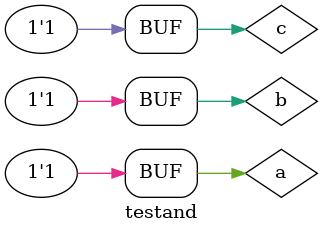
<source format=v>

module and3 (output s,input p,input q,input r);

 assign s = p & q & r ;

endmodule

module testand;

 reg a,b,c;
 wire s;

 and3 and1 (s,a,b,c);

 initial
  begin
   a=0; b=0; c=0;
  end

 initial
  begin
   $display("Teste AND3");
   $display("\np & q & r = s\n");
   $monitor("  %b   %b %b %b",s,a,b,c);

   #1 a=0;b=0;c=1;
   #1 a=0;b=1; c=0;
   #1 a=0;b=1;c=1;
   #1 a=1; b=0; c=0;
   #1 a=1;b=0;c=1;
   #1 a=1;b=1; c=0;
   #1 a=1;b=1;c=1;
  end
endmodule

</source>
